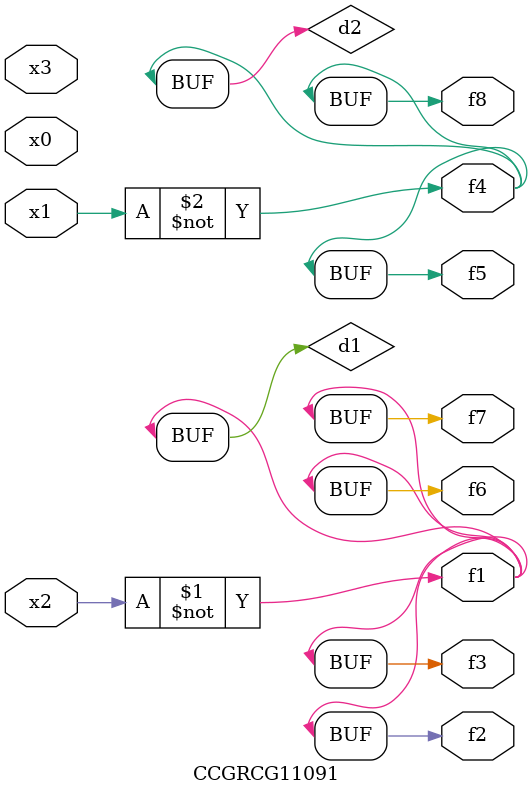
<source format=v>
module CCGRCG11091(
	input x0, x1, x2, x3,
	output f1, f2, f3, f4, f5, f6, f7, f8
);

	wire d1, d2;

	xnor (d1, x2);
	not (d2, x1);
	assign f1 = d1;
	assign f2 = d1;
	assign f3 = d1;
	assign f4 = d2;
	assign f5 = d2;
	assign f6 = d1;
	assign f7 = d1;
	assign f8 = d2;
endmodule

</source>
